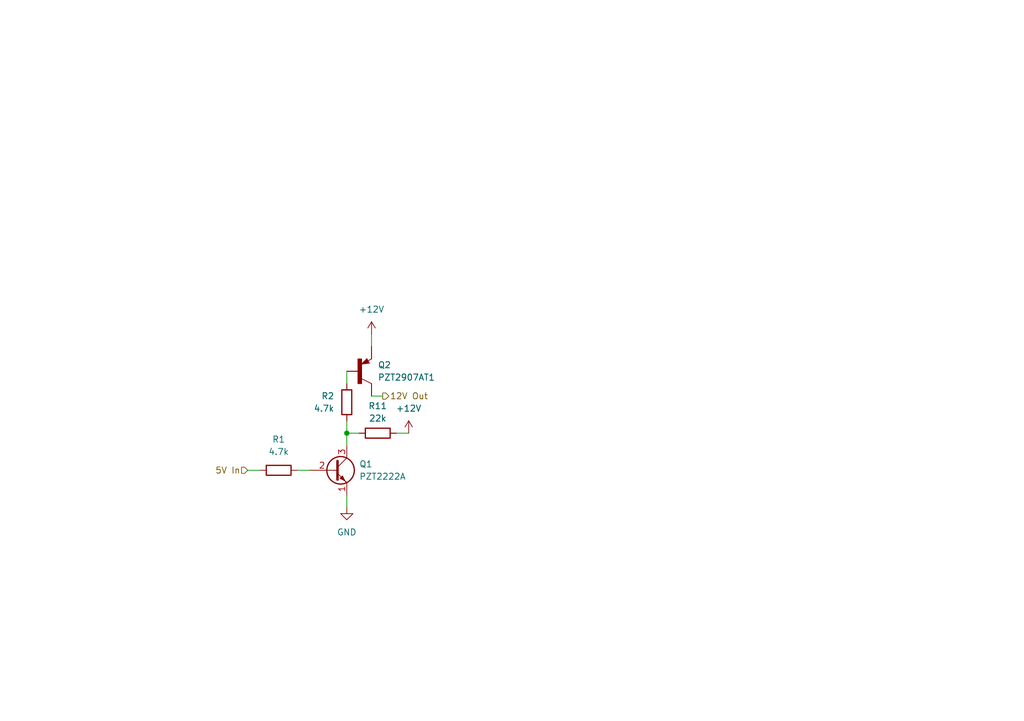
<source format=kicad_sch>
(kicad_sch (version 20230121) (generator eeschema)
  (paper "A5")
  (lib_symbols
    (symbol "Device:R" (pin_numbers hide) (pin_names (offset 0))
      (property "Reference" "R" (at 2.032 0 90))
      (property "Value" "R" (at 0 0 90))
      (symbol "R_0_1"
        (rectangle (start -1.016 -2.54) (end 1.016 2.54) (stroke (width 0.254)))
      )
      (symbol "R_1_1"
        (pin passive line (at 0 3.81 270) (length 1.27) (name "~") (number "1"))
        (pin passive line (at 0 -3.81 90) (length 1.27) (name "~") (number "2"))
      )
    )
    (symbol "PN2907A:PN2907A" (pin_numbers hide) (pin_names (offset 1.016) hide)
      (property "Reference" "Q9" (at 3.81 1.2955 0))
      (property "Value" "PN2907A" (at 3.81 -1.2445 0))
      (symbol "PN2907A_0_0"
        (rectangle (start -0.254 -2.54) (end 0.508 2.54) (fill (type outline)))
        (polyline (pts (xy 0.508 1.4732) (xy 2.0828 1.6764)) (stroke (width 0.1524)))
        (polyline (pts (xy 0.762 1.651) (xy 1.778 1.778)) (stroke (width 0.254)))
        (polyline (pts (xy 1.143 1.905) (xy 1.524 1.905)) (stroke (width 0.254)))
        (polyline (pts (xy 1.524 2.159) (xy 1.143 1.905)) (stroke (width 0.254)))
        (polyline (pts (xy 1.524 2.413) (xy 0.762 1.651)) (stroke (width 0.254)))
        (polyline (pts (xy 1.5748 2.5908) (xy 0.508 1.4732)) (stroke (width 0.1524)))
        (polyline (pts (xy 1.778 1.778) (xy 1.524 2.159)) (stroke (width 0.254)))
        (polyline (pts (xy 1.905 1.778) (xy 1.524 2.413)) (stroke (width 0.254)))
        (polyline (pts (xy 2.0828 1.6764) (xy 1.5748 2.5908)) (stroke (width 0.1524)))
        (polyline (pts (xy 2.54 -2.54) (xy 0.508 -1.524)) (stroke (width 0.1524)))
        (polyline (pts (xy 2.54 2.54) (xy 1.8034 2.1336)) (stroke (width 0.1524)))
        (pin passive line (at 2.54 5.08 270) (length 2.54) (name "E") (number "1"))
        (pin passive line (at -2.54 0 0) (length 2.54) (name "B") (number "2"))
        (pin passive line (at 2.54 -5.08 90) (length 2.54) (name "C") (number "3"))
      )
    )
    (symbol "Transistor_BJT:PN2222A" (pin_names (offset 0) hide)
      (property "Reference" "Q" (at 5.08 1.905 0))
      (property "Value" "PN2222A" (at 5.08 0 0))
      (symbol "PN2222A_0_1"
        (polyline (pts (xy 0 0) (xy 0.635 0)))
        (polyline (pts (xy 2.54 -2.54) (xy 0.635 -0.635)))
        (polyline (pts (xy 2.54 2.54) (xy 0.635 0.635)))
        (polyline (pts (xy 0.635 1.905) (xy 0.635 -1.905) (xy 0.635 -1.905)) (stroke (width 0.508)))
        (polyline (pts (xy 2.413 -2.413) (xy 1.905 -1.905) (xy 1.905 -1.905)))
        (polyline (pts (xy 1.143 -1.651) (xy 1.651 -1.143) (xy 2.159 -2.159) (xy 1.143 -1.651) (xy 1.143 -1.651)) (fill (type outline)))
        (circle (center 1.27 0) (radius 2.8194) (stroke (width 0.254)))
      )
      (symbol "PN2222A_1_1"
        (pin passive line (at 2.54 -5.08 90) (length 2.54) (name "E") (number "1"))
        (pin input line (at -5.08 0 0) (length 5.08) (name "B") (number "2"))
        (pin passive line (at 2.54 5.08 270) (length 2.54) (name "C") (number "3"))
      )
    )
    (symbol "power:+12V" (power) (pin_names (offset 0))
      (property "Value" "+12V" (at 0 3.556 0))
      (symbol "+12V_0_1"
        (polyline (pts (xy -0.762 1.27) (xy 0 2.54)))
        (polyline (pts (xy 0 0) (xy 0 2.54)))
        (polyline (pts (xy 0 2.54) (xy 0.762 1.27)))
      )
      (symbol "+12V_1_1"
        (pin power_in line (at 0 0 90) (length 0) hide (name "+12V") (number "1"))
      )
    )
    (symbol "power:GND" (power) (pin_names (offset 0))
      (property "Value" "GND" (at 0 -3.81 0))
      (symbol "GND_0_1"
        (polyline (pts (xy 0 0) (xy 0 -1.27) (xy 1.27 -1.27) (xy 0 -2.54) (xy -1.27 -1.27) (xy 0 -1.27)))
      )
      (symbol "GND_1_1"
        (pin power_in line (at 0 0 270) (length 0) hide (name "GND") (number "1"))
      )
    )
  )
  (junction (at 71.12 88.9))
  (wire (pts (xy 71.12 101.6) (xy 71.12 104.14)))
  (wire (pts (xy 50.8 96.52) (xy 53.34 96.52)))
  (wire (pts (xy 71.12 76.2) (xy 71.12 78.74)))
  (wire (pts (xy 71.12 88.9) (xy 71.12 91.44)))
  (wire (pts (xy 60.96 96.52) (xy 63.5 96.52)))
  (wire (pts (xy 76.2 68.58) (xy 76.2 71.12)))
  (wire (pts (xy 81.28 88.9) (xy 83.82 88.9)))
  (wire (pts (xy 73.66 88.9) (xy 71.12 88.9)))
  (wire (pts (xy 71.12 86.36) (xy 71.12 88.9)))
  (wire (pts (xy 76.2 81.28) (xy 78.486 81.28)))
  (hierarchical_label "5V In" (shape input) (at 50.8 96.52 180))
  (hierarchical_label "12V Out" (shape output) (at 78.486 81.28 0))
  (symbol (lib_id "Device:R") (at 77.47 88.9 270) (mirror x) (unit 1)
    (property "Reference" "R11" (at 77.47 83.312 90))
    (property "Value" "22k" (at 77.47 85.852 90))
    (property "Footprint" "Resistor_SMD:R_0805_2012Metric_Pad1.20x1.40mm_HandSolder" (effects hide))
    (instances (project "IS250 Interface Board SMT Edition" (path "" (reference "R11") (unit 1)) (path "" (reference "R15") (unit 1)) (path "" (reference "R18") (unit 1))))
  )
  (symbol (lib_id "Transistor_BJT:PN2222A") (at 68.58 96.52 0) (unit 1)
    (property "Reference" "Q1" (at 73.66 95.2499 0) (effects (justify left)))
    (property "Value" "PZT2222A" (at 73.66 97.7899 0) (effects (justify left)))
    (property "Footprint" "Package_TO_SOT_SMD:SOT-223" (effects hide))
    (property "Datasheet" "https://www.onsemi.com/pub/Collateral/PN2222-D.PDF" (effects hide))
    (instances (project "IS250 Interface Board SMT Edition" (path "" (reference "Q1") (unit 1)) (path "" (reference "Q8") (unit 1)) (path "" (reference "Q10") (unit 1))))
  )
  (symbol (lib_id "Device:R") (at 71.12 82.55 0) (mirror x) (unit 1)
    (property "Reference" "R2" (at 68.58 81.2799 0) (effects (justify right)))
    (property "Value" "4.7k" (at 68.58 83.8199 0) (effects (justify right)))
    (property "Footprint" "Resistor_SMD:R_0805_2012Metric_Pad1.20x1.40mm_HandSolder" (effects hide))
    (instances (project "IS250 Interface Board SMT Edition" (path "" (reference "R2") (unit 1)) (path "" (reference "R14") (unit 1)) (path "" (reference "R17") (unit 1))))
  )
  (symbol (lib_id "power:+12V") (at 83.82 88.9 0) (unit 1)
    (property "Reference" "#PWR0110" (effects hide))
    (property "Value" "+12V" (at 83.82 83.82 0))
    (instances (project "IS250 Interface Board SMT Edition" (path "" (reference "#PWR0110") (unit 1)) (path "" (reference "#PWR0129") (unit 1)) (path "" (reference "#PWR0132") (unit 1))))
  )
  (symbol (lib_id "PN2907A:PN2907A") (at 73.66 76.2 0) (unit 1)
    (property "Reference" "Q2" (at 77.47 74.9045 0) (effects (justify left)))
    (property "Value" "PZT2907AT1" (at 77.47 77.4445 0) (effects (justify left)))
    (property "Footprint" "Package_TO_SOT_SMD:SOT-223" (effects hide))
    (instances (project "IS250 Interface Board SMT Edition" (path "" (reference "Q2") (unit 1)) (path "" (reference "Q9") (unit 1)) (path "" (reference "Q11") (unit 1))))
  )
  (symbol (lib_id "power:+12V") (at 76.2 68.58 0) (unit 1)
    (property "Reference" "#PWR0111" (effects hide))
    (property "Value" "+12V" (at 76.2 63.5 0))
    (instances (project "IS250 Interface Board SMT Edition" (path "" (reference "#PWR0111") (unit 1)) (path "" (reference "#PWR0128") (unit 1)) (path "" (reference "#PWR0131") (unit 1))))
  )
  (symbol (lib_id "Device:R") (at 57.15 96.52 90) (unit 1)
    (property "Reference" "R1" (at 57.15 90.17 90))
    (property "Value" "4.7k" (at 57.15 92.71 90))
    (property "Footprint" "Resistor_SMD:R_0805_2012Metric_Pad1.20x1.40mm_HandSolder" (effects hide))
    (instances (project "IS250 Interface Board SMT Edition" (path "" (reference "R1") (unit 1)) (path "" (reference "R13") (unit 1)) (path "" (reference "R16") (unit 1))))
  )
  (symbol (lib_id "power:GND") (at 71.12 104.14 0) (unit 1)
    (property "Reference" "#PWR0109" (effects hide))
    (property "Value" "GND" (at 71.12 109.22 0))
    (instances (project "IS250 Interface Board SMT Edition" (path "" (reference "#PWR0109") (unit 1)) (path "" (reference "#PWR0126") (unit 1)) (path "" (reference "#PWR0130") (unit 1))))
  )
)
</source>
